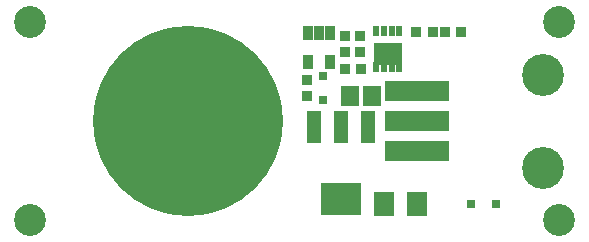
<source format=gbs>
G04*
G04 #@! TF.GenerationSoftware,Altium Limited,CircuitStudio,1.5.2 (30)*
G04*
G04 Layer_Color=8150272*
%FSLAX25Y25*%
%MOIN*%
G70*
G01*
G75*
%ADD43R,0.03800X0.03800*%
%ADD48R,0.03800X0.03800*%
%ADD49C,0.13986*%
%ADD50C,0.63398*%
%ADD51C,0.10642*%
%ADD52R,0.21584X0.07096*%
%ADD53R,0.04737X0.10642*%
%ADD54R,0.13792X0.10642*%
%ADD55R,0.03162X0.02769*%
%ADD56R,0.07099X0.07887*%
%ADD57R,0.05918X0.06706*%
%ADD58R,0.03359X0.05131*%
%ADD59R,0.01969X0.03661*%
%ADD60R,0.02769X0.03162*%
%ADD61R,0.09252X0.07677*%
%ADD62C,0.03162*%
D43*
X81440Y29528D02*
D03*
X76040D02*
D03*
X57700Y17500D02*
D03*
X52300D02*
D03*
X90889Y29528D02*
D03*
X85489D02*
D03*
D48*
X52362Y28291D02*
D03*
Y22891D02*
D03*
X57087Y28291D02*
D03*
Y22891D02*
D03*
X39500Y8300D02*
D03*
Y13700D02*
D03*
D49*
X118287Y-15512D02*
D03*
Y15512D02*
D03*
D50*
X0Y0D02*
D03*
D51*
X-52756Y33071D02*
D03*
Y-33071D02*
D03*
X123622D02*
D03*
Y33071D02*
D03*
D52*
X76201Y-10000D02*
D03*
Y-0D02*
D03*
Y10000D02*
D03*
D53*
X41945Y-1992D02*
D03*
X51000D02*
D03*
X60055D02*
D03*
D54*
X51000Y-26008D02*
D03*
D55*
X102559Y-27559D02*
D03*
X94291D02*
D03*
D56*
X65354D02*
D03*
X76378D02*
D03*
D57*
X61240Y8500D02*
D03*
X53760D02*
D03*
D58*
X39760Y29224D02*
D03*
X43500D02*
D03*
X47240D02*
D03*
Y19776D02*
D03*
X39760D02*
D03*
D59*
X62661Y17957D02*
D03*
X65220D02*
D03*
X67779D02*
D03*
X70339D02*
D03*
Y30043D02*
D03*
X67779D02*
D03*
X65220D02*
D03*
X62661D02*
D03*
D60*
X45000Y6866D02*
D03*
Y15134D02*
D03*
D61*
X66500Y22406D02*
D03*
D62*
X63779Y24173D02*
D03*
X66417Y24134D02*
D03*
X69095Y24173D02*
D03*
Y20630D02*
D03*
X66417Y20591D02*
D03*
X63779Y20630D02*
D03*
M02*

</source>
